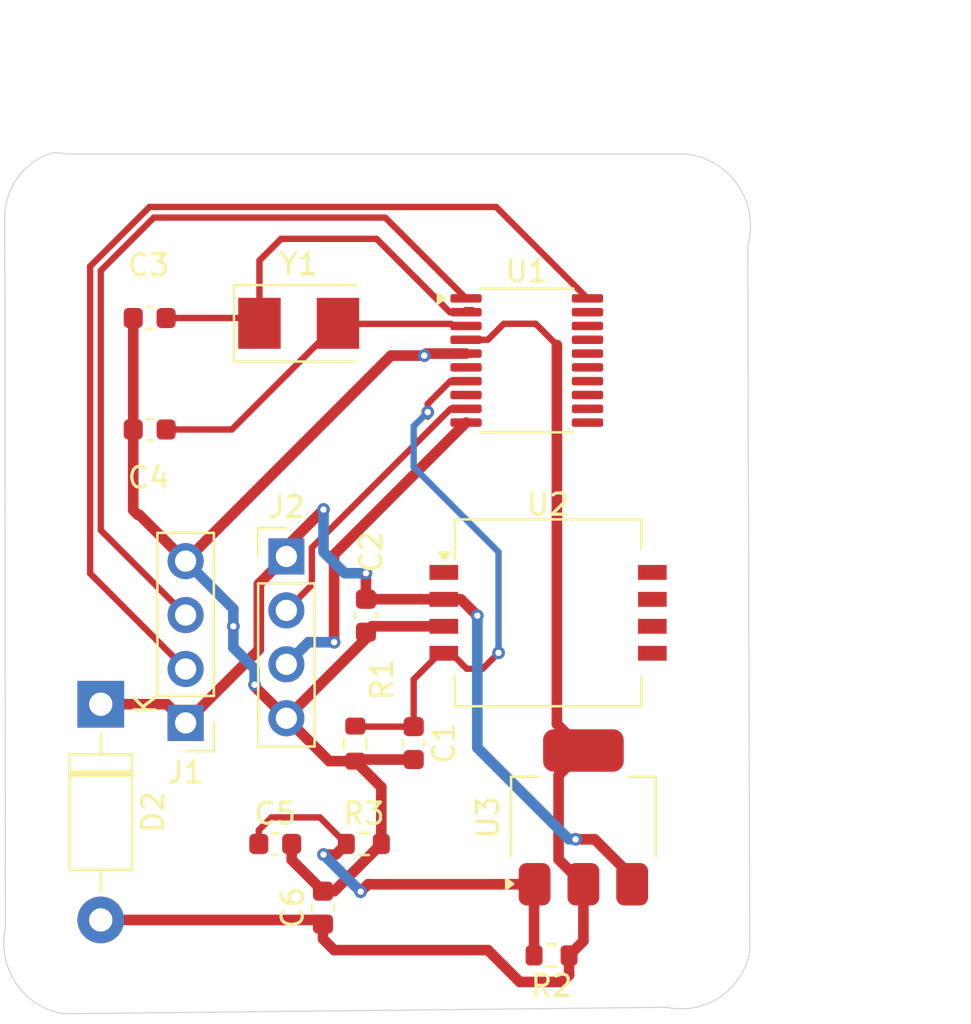
<source format=kicad_pcb>
(kicad_pcb (version 20240108) (generator "pcbnew") (generator_version "8.0")
  (layers (0 "F.Cu" signal) (31 "B.Cu" signal) (34 "B.Paste" user) (35 "F.Paste" user) (36 "B.SilkS" user "B.Silkscreen") (37 "F.SilkS" user "F.Silkscreen") (38 "B.Mask" user) (39 "F.Mask" user) (44 "Edge.Cuts" user))
  (net 0 "")
  (net 1 "+5V")
  (net 2 "GND")
  (net 7 "Net-(U1-PA0)")
  (net 9 "UART_2 RX")
  (net 10 "UART_1 RX")
  (net 13 "UART_2 TX")
  (net 17 "Net-(U1-PC15)")
  (net 21 "UART_1 TX")
  (net 24 "Net-(U1-PC14{slash}PB9)")
  (net 26 "Net-(U3-ADJ)")
  (net 27 "3.3V")
  (footprint "Diode_THT:D_DO-41_SOD81_P10.16mm_Horizontal" (layer "F.Cu") (at 43.5 51.92 -90)
    (property "Reference" "D2" (at 5.08 -2.47 90) (layer "F.SilkS"))
    (property "Value" "1N4007")
    (fp_line (start 2.36 1.47) (end 7.8 1.47) (stroke (width 0.12)) (layer "F.SilkS"))
    (fp_line (start 7.8 1.47) (end 7.8 -1.47) (stroke (width 0.12)) (layer "F.SilkS"))
    (fp_line (start 1.34 0) (end 2.36 0) (stroke (width 0.12)) (layer "F.SilkS"))
    (fp_line (start 8.82 0) (end 7.8 0) (stroke (width 0.12)) (layer "F.SilkS"))
    (fp_line (start 2.36 -1.47) (end 2.36 1.47) (stroke (width 0.12)) (layer "F.SilkS"))
    (fp_line (start 3.14 -1.47) (end 3.14 1.47) (stroke (width 0.12)) (layer "F.SilkS"))
    (fp_line (start 3.26 -1.47) (end 3.26 1.47) (stroke (width 0.12)) (layer "F.SilkS"))
    (fp_line (start 3.38 -1.47) (end 3.38 1.47) (stroke (width 0.12)) (layer "F.SilkS"))
    (fp_line (start 7.8 -1.47) (end 2.36 -1.47) (stroke (width 0.12)) (layer "F.SilkS"))
    (fp_text user "K" (at 0 -2.1 90) (layer "F.SilkS"))
    (pad "1" thru_hole rect (at 0 0 270) (size 2.2 2.2) (drill 1.1) (layers "*.Cu" "*.Mask") (net 1 "+5V"))
    (pad "2" thru_hole oval (at 10.16 0 270) (size 2.2 2.2) (drill 1.1) (layers "*.Cu" "*.Mask") (net 27 "3.3V"))
  )
  (footprint "Package_SO:TSSOP-20_4.4x6.5mm_P0.65mm" (layer "F.Cu") (at 63.5798 35.73)
    (property "Reference" "U1" (at 0 -4.2 0) (layer "F.SilkS"))
    (property "Value" "STM32G030F6Px")
    (fp_line (start 0 -3.385) (end -2.2 -3.385) (stroke (width 0.12)) (layer "F.SilkS"))
    (fp_line (start 0 -3.385) (end 2.2 -3.385) (stroke (width 0.12)) (layer "F.SilkS"))
    (fp_line (start 0 3.385) (end -2.2 3.385) (stroke (width 0.12)) (layer "F.SilkS"))
    (fp_line (start 0 3.385) (end 2.2 3.385) (stroke (width 0.12)) (layer "F.SilkS"))
    (fp_poly (pts (xy -3.86 -2.925) (xy -4.19 -3.165) (xy -4.19 -2.685) (xy -3.86 -2.925)) (stroke (width 0.12)) (fill solid) (layer "F.SilkS"))
    (pad "1" smd roundrect (at -2.8625 -2.925) (size 1.475 0.4) (layers "F.Cu" "F.Paste" "F.Mask") (net 10 "UART_1 RX"))
    (pad "2" smd roundrect (at -2.8625 -2.275) (size 1.475 0.4) (layers "F.Cu" "F.Paste" "F.Mask") (net 24 "Net-(U1-PC14{slash}PB9)"))
    (pad "3" smd roundrect (at -2.8625 -1.625) (size 1.475 0.4) (layers "F.Cu" "F.Paste" "F.Mask") (net 17 "Net-(U1-PC15)"))
    (pad "4" smd roundrect (at -2.8625 -0.975) (size 1.475 0.4) (layers "F.Cu" "F.Paste" "F.Mask") (net 27 "3.3V"))
    (pad "5" smd roundrect (at -2.8625 -0.325) (size 1.475 0.4) (layers "F.Cu" "F.Paste" "F.Mask") (net 2 "GND"))
    (pad "6" smd roundrect (at -2.8625 0.325) (size 1.475 0.4) (layers "F.Cu" "F.Paste" "F.Mask"))
    (pad "7" smd roundrect (at -2.8625 0.975) (size 1.475 0.4) (layers "F.Cu" "F.Paste" "F.Mask") (net 7 "Net-(U1-PA0)"))
    (pad "8" smd roundrect (at -2.8625 1.625) (size 1.475 0.4) (layers "F.Cu" "F.Paste" "F.Mask"))
    (pad "9" smd roundrect (at -2.8625 2.275) (size 1.475 0.4) (layers "F.Cu" "F.Paste" "F.Mask") (net 13 "UART_2 TX"))
    (pad "10" smd roundrect (at -2.8625 2.925) (size 1.475 0.4) (layers "F.Cu" "F.Paste" "F.Mask") (net 9 "UART_2 RX"))
    (pad "11" smd roundrect (at 2.8625 2.925) (size 1.475 0.4) (layers "F.Cu" "F.Paste" "F.Mask"))
    (pad "12" smd roundrect (at 2.8625 2.275) (size 1.475 0.4) (layers "F.Cu" "F.Paste" "F.Mask"))
    (pad "13" smd roundrect (at 2.8625 1.625) (size 1.475 0.4) (layers "F.Cu" "F.Paste" "F.Mask"))
    (pad "14" smd roundrect (at 2.8625 0.975) (size 1.475 0.4) (layers "F.Cu" "F.Paste" "F.Mask"))
    (pad "15" smd roundrect (at 2.8625 0.325) (size 1.475 0.4) (layers "F.Cu" "F.Paste" "F.Mask"))
    (pad "16" smd roundrect (at 2.8625 -0.325) (size 1.475 0.4) (layers "F.Cu" "F.Paste" "F.Mask"))
    (pad "17" smd roundrect (at 2.8625 -0.975) (size 1.475 0.4) (layers "F.Cu" "F.Paste" "F.Mask"))
    (pad "18" smd roundrect (at 2.8625 -1.625) (size 1.475 0.4) (layers "F.Cu" "F.Paste" "F.Mask"))
    (pad "19" smd roundrect (at 2.8625 -2.275) (size 1.475 0.4) (layers "F.Cu" "F.Paste" "F.Mask"))
    (pad "20" smd roundrect (at 2.8625 -2.925) (size 1.475 0.4) (layers "F.Cu" "F.Paste" "F.Mask") (net 21 "UART_1 TX"))
  )
  (footprint "Resistor_SMD:R_0603_1608Metric" (layer "F.Cu") (at 55.5 53.775 -90)
    (property "Reference" "R1" (at -3.025 -1.25 90) (layer "F.SilkS"))
    (property "Value" "51K")
    (fp_line (start -0.237258 0.5225) (end 0.237258 0.5225) (stroke (width 0.12)) (layer "F.SilkS"))
    (fp_line (start -0.237258 -0.5225) (end 0.237258 -0.5225) (stroke (width 0.12)) (layer "F.SilkS"))
    (pad "1" smd roundrect (at -0.825 0 270) (size 0.8 0.95) (layers "F.Cu" "F.Paste" "F.Mask") (net 7 "Net-(U1-PA0)"))
    (pad "2" smd roundrect (at 0.825 0 270) (size 0.8 0.95) (layers "F.Cu" "F.Paste" "F.Mask") (net 2 "GND"))
  )
  (footprint "Capacitor_SMD:C_0603_1608Metric" (layer "F.Cu") (at 45.8048 33.73)
    (property "Reference" "C3" (at -0.0548 -2.48 0) (layer "F.SilkS"))
    (property "Value" "10pF")
    (fp_line (start -0.14058 -0.51) (end 0.14058 -0.51) (stroke (width 0.12)) (layer "F.SilkS"))
    (fp_line (start -0.14058 0.51) (end 0.14058 0.51) (stroke (width 0.12)) (layer "F.SilkS"))
    (pad "1" smd roundrect (at -0.775 0) (size 0.9 0.95) (layers "F.Cu" "F.Paste" "F.Mask") (net 2 "GND"))
    (pad "2" smd roundrect (at 0.775 0) (size 0.9 0.95) (layers "F.Cu" "F.Paste" "F.Mask") (net 24 "Net-(U1-PC14{slash}PB9)"))
  )
  (footprint "Connector_PinHeader_2.54mm:PinHeader_1x04_P2.54mm_Vertical" (layer "F.Cu") (at 47.5 52.8 180)
    (property "Reference" "J1" (at 0 -2.33 180) (layer "F.SilkS"))
    (property "Value" "Conn_01x04_Pin")
    (fp_line (start 1.33 1.27) (end 1.33 8.95) (stroke (width 0.12)) (layer "F.SilkS"))
    (fp_line (start -1.33 8.95) (end 1.33 8.95) (stroke (width 0.12)) (layer "F.SilkS"))
    (fp_line (start -1.33 1.27) (end 1.33 1.27) (stroke (width 0.12)) (layer "F.SilkS"))
    (fp_line (start -1.33 1.27) (end -1.33 8.95) (stroke (width 0.12)) (layer "F.SilkS"))
    (fp_line (start -1.33 0) (end -1.33 -1.33) (stroke (width 0.12)) (layer "F.SilkS"))
    (fp_line (start -1.33 -1.33) (end 0 -1.33) (stroke (width 0.12)) (layer "F.SilkS"))
    (pad "1" thru_hole rect (at 0 0 180) (size 1.7 1.7) (drill 1) (layers "*.Cu" "*.Mask") (net 1 "+5V"))
    (pad "2" thru_hole oval (at 0 2.54 180) (size 1.7 1.7) (drill 1) (layers "*.Cu" "*.Mask") (net 21 "UART_1 TX"))
    (pad "3" thru_hole oval (at 0 5.08 180) (size 1.7 1.7) (drill 1) (layers "*.Cu" "*.Mask") (net 10 "UART_1 RX"))
    (pad "4" thru_hole oval (at 0 7.62 180) (size 1.7 1.7) (drill 1) (layers "*.Cu" "*.Mask") (net 2 "GND"))
  )
  (footprint "Resistor_SMD:R_0603_1608Metric" (layer "F.Cu") (at 55.9 58.5)
    (property "Reference" "R3" (at 0 -1.43 0) (layer "F.SilkS"))
    (property "Value" "R")
    (fp_line (start -0.237258 -0.5225) (end 0.237258 -0.5225) (stroke (width 0.12)) (layer "F.SilkS"))
    (fp_line (start -0.237258 0.5225) (end 0.237258 0.5225) (stroke (width 0.12)) (layer "F.SilkS"))
    (pad "1" smd roundrect (at -0.825 0) (size 0.8 0.95) (layers "F.Cu" "F.Paste" "F.Mask") (net 26 "Net-(U3-ADJ)"))
    (pad "2" smd roundrect (at 0.825 0) (size 0.8 0.95) (layers "F.Cu" "F.Paste" "F.Mask") (net 2 "GND"))
  )
  (footprint "Capacitor_SMD:C_0603_1608Metric" (layer "F.Cu") (at 45.8048 38.98)
    (property "Reference" "C4" (at -0.0548 2.27 0) (layer "F.SilkS"))
    (property "Value" "10pF")
    (fp_line (start -0.14058 -0.51) (end 0.14058 -0.51) (stroke (width 0.12)) (layer "F.SilkS"))
    (fp_line (start -0.14058 0.51) (end 0.14058 0.51) (stroke (width 0.12)) (layer "F.SilkS"))
    (pad "1" smd roundrect (at -0.775 0) (size 0.9 0.95) (layers "F.Cu" "F.Paste" "F.Mask") (net 2 "GND"))
    (pad "2" smd roundrect (at 0.775 0) (size 0.9 0.95) (layers "F.Cu" "F.Paste" "F.Mask") (net 17 "Net-(U1-PC15)"))
  )
  (footprint "Package_TO_SOT_SMD:SOT-223-3_TabPin2" (layer "F.Cu") (at 66.25 57.25 90)
    (property "Reference" "U3" (at 0 -4.5 270) (layer "F.SilkS"))
    (property "Value" "AMS1117")
    (fp_line (start 1.91 -3.41) (end 1.91 -2.15) (stroke (width 0.12)) (layer "F.SilkS"))
    (fp_line (start -1.85 -3.41) (end 1.91 -3.41) (stroke (width 0.12)) (layer "F.SilkS"))
    (fp_line (start 1.91 3.41) (end 1.91 2.15) (stroke (width 0.12)) (layer "F.SilkS"))
    (fp_line (start -1.85 3.41) (end 1.91 3.41) (stroke (width 0.12)) (layer "F.SilkS"))
    (fp_poly (pts (xy -3.13 -3.31) (xy -3.37 -3.64) (xy -2.89 -3.64) (xy -3.13 -3.31)) (stroke (width 0.12)) (fill solid) (layer "F.SilkS"))
    (pad "1" smd roundrect (at -3.15 -2.3 90) (size 2 1.5) (layers "F.Cu" "F.Paste" "F.Mask") (net 26 "Net-(U3-ADJ)"))
    (pad "2" smd roundrect (at -3.15 0 90) (size 2 1.5) (layers "F.Cu" "F.Paste" "F.Mask") (net 27 "3.3V"))
    (pad "2" smd roundrect (at 3.15 0 90) (size 2 3.8) (layers "F.Cu" "F.Paste" "F.Mask") (net 27 "3.3V"))
    (pad "3" smd roundrect (at -3.15 2.3 90) (size 2 1.5) (layers "F.Cu" "F.Paste" "F.Mask") (net 1 "+5V"))
  )
  (footprint "Capacitor_SMD:C_0603_1608Metric" (layer "F.Cu") (at 58.25 53.75 -90)
    (property "Reference" "C1" (at 0 -1.43 90) (layer "F.SilkS"))
    (property "Value" "47pF" (hide yes))
    (fp_line (start -0.14058 0.51) (end 0.14058 0.51) (stroke (width 0.12)) (layer "F.SilkS"))
    (fp_line (start -0.14058 -0.51) (end 0.14058 -0.51) (stroke (width 0.12)) (layer "F.SilkS"))
    (pad "1" smd roundrect (at -0.775 0 270) (size 0.9 0.95) (layers "F.Cu" "F.Paste" "F.Mask") (net 7 "Net-(U1-PA0)"))
    (pad "2" smd roundrect (at 0.775 0 270) (size 0.9 0.95) (layers "F.Cu" "F.Paste" "F.Mask") (net 2 "GND"))
  )
  (footprint "Sensor_Pressure:Freescale_98ARH99089A" (layer "F.Cu") (at 64.5851 47.615)
    (property "Reference" "U2" (at 0 -5.1 0) (layer "F.SilkS"))
    (property "Value" "MPXA6115A")
    (fp_line (start -4.4 -4.4) (end -4.4 -2.5) (stroke (width 0.12)) (layer "F.SilkS"))
    (fp_line (start -4.4 4.4) (end -4.4 3) (stroke (width 0.12)) (layer "F.SilkS"))
    (fp_line (start 4.4 -4.4) (end -4.4 -4.4) (stroke (width 0.12)) (layer "F.SilkS"))
    (fp_line (start 4.4 -3) (end 4.4 -4.4) (stroke (width 0.12)) (layer "F.SilkS"))
    (fp_line (start 4.4 3) (end 4.4 4.4) (stroke (width 0.12)) (layer "F.SilkS"))
    (fp_line (start 4.4 4.4) (end -4.4 4.4) (stroke (width 0.12)) (layer "F.SilkS"))
    (fp_poly (pts (xy -4.9 -2.5) (xy -5.14 -2.83) (xy -4.66 -2.83) (xy -4.9 -2.5)) (stroke (width 0.12)) (fill solid) (layer "F.SilkS"))
    (pad "1" smd rect (at -4.9149 -1.905) (size 1.35 0.7) (layers "F.Cu" "F.Paste" "F.Mask"))
    (pad "2" smd rect (at -4.9149 -0.635) (size 1.35 0.7) (layers "F.Cu" "F.Paste" "F.Mask") (net 1 "+5V"))
    (pad "3" smd rect (at -4.9149 0.635) (size 1.35 0.7) (layers "F.Cu" "F.Paste" "F.Mask") (net 2 "GND"))
    (pad "4" smd rect (at -4.9149 1.905) (size 1.35 0.7) (layers "F.Cu" "F.Paste" "F.Mask") (net 7 "Net-(U1-PA0)"))
    (pad "5" smd rect (at 4.9149 1.905) (size 1.35 0.7) (layers "F.Cu" "F.Paste" "F.Mask"))
    (pad "6" smd rect (at 4.9149 0.635) (size 1.35 0.7) (layers "F.Cu" "F.Paste" "F.Mask"))
    (pad "7" smd rect (at 4.9149 -0.635) (size 1.35 0.7) (layers "F.Cu" "F.Paste" "F.Mask"))
    (pad "8" smd rect (at 4.9149 -1.905) (size 1.35 0.7) (layers "F.Cu" "F.Paste" "F.Mask"))
  )
  (footprint "Capacitor_SMD:C_0603_1608Metric" (layer "F.Cu") (at 56 47.75 -90)
    (property "Reference" "C2" (at -3 -0.25 90) (layer "F.SilkS"))
    (property "Value" "100nF")
    (fp_line (start -0.14058 0.51) (end 0.14058 0.51) (stroke (width 0.12)) (layer "F.SilkS"))
    (fp_line (start -0.14058 -0.51) (end 0.14058 -0.51) (stroke (width 0.12)) (layer "F.SilkS"))
    (pad "1" smd roundrect (at -0.775 0 270) (size 0.9 0.95) (layers "F.Cu" "F.Paste" "F.Mask") (net 1 "+5V"))
    (pad "2" smd roundrect (at 0.775 0 270) (size 0.9 0.95) (layers "F.Cu" "F.Paste" "F.Mask") (net 2 "GND"))
  )
  (footprint "Capacitor_SMD:C_0603_1608Metric" (layer "F.Cu") (at 53.975 61.5 90)
    (property "Reference" "C6" (at 0 -1.43 270) (layer "F.SilkS"))
    (property "Value" "22uF")
    (fp_line (start -0.14058 -0.51) (end 0.14058 -0.51) (stroke (width 0.12)) (layer "F.SilkS"))
    (fp_line (start -0.14058 0.51) (end 0.14058 0.51) (stroke (width 0.12)) (layer "F.SilkS"))
    (pad "1" smd roundrect (at -0.775 0 90) (size 0.9 0.95) (layers "F.Cu" "F.Paste" "F.Mask") (net 27 "3.3V"))
    (pad "2" smd roundrect (at 0.775 0 90) (size 0.9 0.95) (layers "F.Cu" "F.Paste" "F.Mask") (net 2 "GND"))
  )
  (footprint "Resistor_SMD:R_0603_1608Metric" (layer "F.Cu") (at 64.75 63.75 180)
    (property "Reference" "R2" (at 0 -1.43 180) (layer "F.SilkS"))
    (property "Value" "R")
    (fp_line (start -0.237258 0.5225) (end 0.237258 0.5225) (stroke (width 0.12)) (layer "F.SilkS"))
    (fp_line (start -0.237258 -0.5225) (end 0.237258 -0.5225) (stroke (width 0.12)) (layer "F.SilkS"))
    (pad "1" smd roundrect (at -0.825 0 180) (size 0.8 0.95) (layers "F.Cu" "F.Paste" "F.Mask") (net 27 "3.3V"))
    (pad "2" smd roundrect (at 0.825 0 180) (size 0.8 0.95) (layers "F.Cu" "F.Paste" "F.Mask") (net 26 "Net-(U3-ADJ)"))
  )
  (footprint "Connector_PinHeader_2.54mm:PinHeader_1x04_P2.54mm_Vertical" (layer "F.Cu") (at 52.25 44.96)
    (property "Reference" "J2" (at 0 -2.33 0) (layer "F.SilkS"))
    (property "Value" "Conn_01x04_Pin")
    (fp_line (start -1.33 -1.33) (end 0 -1.33) (stroke (width 0.12)) (layer "F.SilkS"))
    (fp_line (start -1.33 0) (end -1.33 -1.33) (stroke (width 0.12)) (layer "F.SilkS"))
    (fp_line (start -1.33 1.27) (end -1.33 8.95) (stroke (width 0.12)) (layer "F.SilkS"))
    (fp_line (start -1.33 1.27) (end 1.33 1.27) (stroke (width 0.12)) (layer "F.SilkS"))
    (fp_line (start -1.33 8.95) (end 1.33 8.95) (stroke (width 0.12)) (layer "F.SilkS"))
    (fp_line (start 1.33 1.27) (end 1.33 8.95) (stroke (width 0.12)) (layer "F.SilkS"))
    (pad "1" thru_hole rect (at 0 0) (size 1.7 1.7) (drill 1) (layers "*.Cu" "*.Mask") (net 1 "+5V"))
    (pad "2" thru_hole oval (at 0 2.54) (size 1.7 1.7) (drill 1) (layers "*.Cu" "*.Mask") (net 13 "UART_2 TX"))
    (pad "3" thru_hole oval (at 0 5.08) (size 1.7 1.7) (drill 1) (layers "*.Cu" "*.Mask") (net 9 "UART_2 RX"))
    (pad "4" thru_hole oval (at 0 7.62) (size 1.7 1.7) (drill 1) (layers "*.Cu" "*.Mask") (net 2 "GND"))
  )
  (footprint "Capacitor_SMD:C_0603_1608Metric" (layer "F.Cu") (at 51.725 58.5)
    (property "Reference" "C5" (at 0 -1.43 0) (layer "F.SilkS"))
    (property "Value" "10uF")
    (fp_line (start -0.14058 -0.51) (end 0.14058 -0.51) (stroke (width 0.12)) (layer "F.SilkS"))
    (fp_line (start -0.14058 0.51) (end 0.14058 0.51) (stroke (width 0.12)) (layer "F.SilkS"))
    (pad "1" smd roundrect (at -0.775 0) (size 0.9 0.95) (layers "F.Cu" "F.Paste" "F.Mask") (net 26 "Net-(U3-ADJ)"))
    (pad "2" smd roundrect (at 0.775 0) (size 0.9 0.95) (layers "F.Cu" "F.Paste" "F.Mask") (net 2 "GND"))
  )
  (footprint "Crystal:Crystal_SMD_5032-2Pin_5.0x3.2mm" (layer "F.Cu") (at 52.8298 33.98)
    (property "Reference" "Y1" (at 0 -2.8 0) (layer "F.SilkS"))
    (property "Value" "8Mhz")
    (fp_line (start -3.05 -1.8) (end -3.05 1.8) (stroke (width 0.12)) (layer "F.SilkS"))
    (fp_line (start -3.05 1.8) (end 2.7 1.8) (stroke (width 0.12)) (layer "F.SilkS"))
    (fp_line (start 2.7 -1.8) (end -3.05 -1.8) (stroke (width 0.12)) (layer "F.SilkS"))
    (pad "1" smd rect (at -1.85 0) (size 2 2.4) (layers "F.Cu" "F.Paste" "F.Mask") (net 24 "Net-(U1-PC14{slash}PB9)"))
    (pad "2" smd rect (at 1.85 0) (size 2 2.4) (layers "F.Cu" "F.Paste" "F.Mask") (net 17 "Net-(U1-PC15)"))
  )
  (gr_line (start 73.997065 30.326462) (end 74.092263 63.59686) (stroke (width 0.05)) (layer "Edge.Cuts"))
  (gr_line (start 39.002032 62.469347) (end 38.979603 28.845197) (stroke (width 0.05)) (layer "Edge.Cuts"))
  (gr_arc (start 41.75 66.499999) (mid 39.512669 65.073275) (end 39.002032 62.469347) (stroke (width 0.05)) (layer "Edge.Cuts"))
  (gr_arc (start 38.979603 28.845197) (mid 39.653826 27.026353) (end 41.259963 25.938653) (stroke (width 0.05)) (layer "Edge.Cuts"))
  (gr_line (start 70.160376 66.193886) (end 41.75 66.5) (stroke (width 0.05)) (layer "Edge.Cuts"))
  (gr_arc (start 74.092262 63.59686) (mid 72.671359 65.720562) (end 70.160376 66.193886) (stroke (width 0.05)) (layer "Edge.Cuts"))
  (gr_arc (start 71 26.000001) (mid 73.519076 27.456272) (end 73.997065 30.326462) (stroke (width 0.05)) (layer "Edge.Cuts"))
  (gr_line (start 42 26) (end 41.259963 25.938653) (stroke (width 0.05)) (layer "Edge.Cuts"))
  (gr_line (start 42 26) (end 71 26) (stroke (width 0.05)) (layer "Edge.Cuts"))
  (segment (start 56 46.975) (end 59.6652 46.975) (width 0.5) (layer "F.Cu") (net 1))
  (segment (start 46.62 51.92) (end 47.5 52.8) (width 0.5) (layer "F.Cu") (net 1))
  (segment (start 52.25 44.96) (end 52.25 44.5) (width 0.5) (layer "F.Cu") (net 1))
  (segment (start 68.55 60.4) (end 68.9 60.4) (width 0.5) (layer "F.Cu") (net 1))
  (segment (start 50.95 49.35) (end 50.95 46.26) (width 0.5) (layer "F.Cu") (net 1))
  (segment (start 52.25 44.5) (end 54 42.75) (width 0.5) (layer "F.Cu") (net 1))
  (segment (start 66.782821 58.282821) (end 65.879974 58.282821) (width 0.5) (layer "F.Cu") (net 1))
  (segment (start 60.48 46.98) (end 61.25 47.75) (width 0.5) (layer "F.Cu") (net 1))
  (segment (start 56.005 46.98) (end 56 46.975) (width 0.3) (layer "F.Cu") (net 1))
  (segment (start 50.95 46.26) (end 52.25 44.96) (width 0.5) (layer "F.Cu") (net 1))
  (segment (start 47.5 52.8) (end 50.95 49.35) (width 0.5) (layer "F.Cu") (net 1))
  (segment (start 52.25 44.96) (end 52.5 44.96) (width 0.5) (layer "F.Cu") (net 1))
  (segment (start 56 45.75) (end 56 46.975) (width 0.5) (layer "F.Cu") (net 1))
  (segment (start 69 60.5) (end 66.782821 58.282821) (width 0.5) (layer "F.Cu") (net 1))
  (segment (start 43.5 51.92) (end 46.62 51.92) (width 0.5) (layer "F.Cu") (net 1))
  (segment (start 59.6702 46.98) (end 60.48 46.98) (width 0.5) (layer "F.Cu") (net 1))
  (segment (start 68.9 60.4) (end 69 60.5) (width 0.5) (layer "F.Cu") (net 1))
  (via (at 54 42.75) (size 0.6) (drill 0.3) (layers "F.Cu" "B.Cu") (net 1))
  (via (at 61.25 47.75) (size 0.6) (drill 0.3) (layers "F.Cu" "B.Cu") (net 1))
  (via (at 65.879974 58.282821) (size 0.6) (drill 0.3) (layers "F.Cu" "B.Cu") (net 1))
  (via (at 56 45.75) (size 0.6) (drill 0.3) (layers "F.Cu" "B.Cu") (net 1))
  (segment (start 54 42.75) (end 54 44.75) (width 0.5) (layer "B.Cu") (net 1))
  (segment (start 55 45.75) (end 55.75 45.75) (width 0.5) (layer "B.Cu") (net 1))
  (segment (start 65.879974 58.282821) (end 65.565822 58.282821) (width 0.5) (layer "B.Cu") (net 1))
  (segment (start 65.565822 58.282821) (end 61.25 53.966999) (width 0.5) (layer "B.Cu") (net 1))
  (segment (start 55.75 45.75) (end 56 45.75) (width 0.5) (layer "B.Cu") (net 1))
  (segment (start 61.25 53.966999) (end 61.25 47.75) (width 0.5) (layer "B.Cu") (net 1))
  (segment (start 54 44.75) (end 55 45.75) (width 0.5) (layer "B.Cu") (net 1))
  (segment (start 47.5 45.18) (end 57.18 35.5) (width 0.5) (layer "F.Cu") (net 2))
  (segment (start 45.0298 38.98) (end 45.0298 42.7798) (width 0.5) (layer "F.Cu") (net 2))
  (segment (start 52.96 53.29) (end 52.25 52.58) (width 0.5) (layer "F.Cu") (net 2))
  (segment (start 53.975 60.725) (end 54.5 60.725) (width 0.5) (layer "F.Cu") (net 2))
  (segment (start 56.275 48.25) (end 56 48.525) (width 0.5) (layer "F.Cu") (net 2))
  (segment (start 52.96 53.29) (end 50.75 51.08) (width 0.5) (layer "F.Cu") (net 2))
  (segment (start 60.7173 35.405) (end 58.845 35.405) (width 0.5) (layer "F.Cu") (net 2))
  (segment (start 52.5 58.5) (end 52.5 59.25) (width 0.5) (layer "F.Cu") (net 2))
  (segment (start 45.0298 38.98) (end 45.0298 33.73) (width 0.5) (layer "F.Cu") (net 2))
  (segment (start 54.27 54.6) (end 52.96 53.29) (width 0.5) (layer "F.Cu") (net 2))
  (segment (start 45.32 43) (end 47.5 45.18) (width 0.5) (layer "F.Cu") (net 2))
  (segment (start 55.5 54.6) (end 54.27 54.6) (width 0.5) (layer "F.Cu") (net 2))
  (segment (start 58.845 35.405) (end 58.75 35.5) (width 0.5) (layer "F.Cu") (net 2))
  (segment (start 56 48.83) (end 56 48.525) (width 0.5) (layer "F.Cu") (net 2))
  (segment (start 50.75 51.08) (end 50.75 51) (width 0.5) (layer "F.Cu") (net 2))
  (segment (start 55.575 54.525) (end 55.5 54.6) (width 0.5) (layer "F.Cu") (net 2))
  (segment (start 54.5 60.725) (end 56.725 58.5) (width 0.5) (layer "F.Cu") (net 2))
  (segment (start 56.725 58.5) (end 56.725 55.825) (width 0.5) (layer "F.Cu") (net 2))
  (segment (start 52.5 59.25) (end 53.975 60.725) (width 0.5) (layer "F.Cu") (net 2))
  (segment (start 57.18 35.5) (end 58.75 35.5) (width 0.5) (layer "F.Cu") (net 2))
  (segment (start 56.725 55.825) (end 55.5 54.6) (width 0.5) (layer "F.Cu") (net 2))
  (segment (start 59.6702 48.25) (end 56.275 48.25) (width 0.5) (layer "F.Cu") (net 2))
  (segment (start 45.25 43) (end 45.32 43) (width 0.5) (layer "F.Cu") (net 2))
  (segment (start 45.0298 42.7798) (end 45.25 43) (width 0.5) (layer "F.Cu") (net 2))
  (segment (start 58.25 54.525) (end 55.575 54.525) (width 0.5) (layer "F.Cu") (net 2))
  (segment (start 52.25 52.58) (end 56 48.83) (width 0.5) (layer "F.Cu") (net 2))
  (via (at 50.75 51) (size 0.6) (drill 0.3) (layers "F.Cu" "B.Cu") (net 2))
  (via (at 49.75 48.25) (size 0.6) (drill 0.3) (layers "F.Cu" "B.Cu") (net 2))
  (via (at 58.75 35.5) (size 0.6) (drill 0.3) (layers "F.Cu" "B.Cu") (net 2))
  (segment (start 49.75 47.43) (end 49.75 48.25) (width 0.5) (layer "B.Cu") (net 2))
  (segment (start 50.75 51) (end 50.75 50.25) (width 0.5) (layer "B.Cu") (net 2))
  (segment (start 47.5 45.18) (end 49.75 47.43) (width 0.5) (layer "B.Cu") (net 2))
  (segment (start 50.75 50.25) (end 50 49.5) (width 0.5) (layer "B.Cu") (net 2))
  (segment (start 50 49.5) (end 49.75 49.25) (width 0.5) (layer "B.Cu") (net 2))
  (segment (start 49.75 49.25) (end 49.75 48.25) (width 0.5) (layer "B.Cu") (net 2))
  (segment (start 58.913196 37.771605) (end 58.913196 38.163196) (width 0.3) (layer "F.Cu") (net 7))
  (segment (start 58.913196 38.163196) (end 58.913196 38.37533) (width 0.3) (layer "F.Cu") (net 7))
  (segment (start 59.979801 36.705) (end 58.913196 37.771605) (width 0.3) (layer "F.Cu") (net 7))
  (segment (start 61.5 50.25) (end 62.25 49.5) (width 0.3) (layer "F.Cu") (net 7))
  (segment (start 55.525 52.975) (end 55.5 52.95) (width 0.3) (layer "F.Cu") (net 7))
  (segment (start 59.6702 49.52) (end 60.02 49.52) (width 0.3) (layer "F.Cu") (net 7))
  (segment (start 58.25 52.975) (end 58.25 50.75) (width 0.3) (layer "F.Cu") (net 7))
  (segment (start 60.02 49.52) (end 60.75 50.25) (width 0.3) (layer "F.Cu") (net 7))
  (segment (start 60.75 50.25) (end 61.5 50.25) (width 0.3) (layer "F.Cu") (net 7))
  (segment (start 58.25 50.75) (end 59.48 49.52) (width 0.3) (layer "F.Cu") (net 7))
  (segment (start 60.7173 36.705) (end 59.979801 36.705) (width 0.3) (layer "F.Cu") (net 7))
  (segment (start 59.48 49.52) (end 59.6702 49.52) (width 0.3) (layer "F.Cu") (net 7))
  (segment (start 58.25 52.975) (end 55.525 52.975) (width 0.3) (layer "F.Cu") (net 7))
  (via (at 62.25 49.5) (size 0.6) (drill 0.3) (layers "F.Cu" "B.Cu") (net 7))
  (via (at 58.913196 38.163196) (size 0.6) (drill 0.3) (layers "F.Cu" "B.Cu") (net 7))
  (segment (start 62.25 44.75) (end 62.25 49.5) (width 0.3) (layer "B.Cu") (net 7))
  (segment (start 58.913196 38.163196) (end 58.25 38.826392) (width 0.3) (layer "B.Cu") (net 7))
  (segment (start 58.25 38.826392) (end 58.25 40.75) (width 0.3) (layer "B.Cu") (net 7))
  (segment (start 58.25 40.75) (end 62.25 44.75) (width 0.3) (layer "B.Cu") (net 7))
  (segment (start 60.7173 38.655) (end 54.5 44.8723) (width 0.5) (layer "F.Cu") (net 9))
  (segment (start 54.5 44.8723) (end 54.5 49) (width 0.5) (layer "F.Cu") (net 9))
  (via (at 54.5 49) (size 0.6) (drill 0.3) (layers "F.Cu" "B.Cu") (net 9))
  (segment (start 53.29 49) (end 52.25 50.04) (width 0.5) (layer "B.Cu") (net 9))
  (segment (start 54.5 49) (end 53.29 49) (width 0.5) (layer "B.Cu") (net 9))
  (segment (start 56.9123 29) (end 60.7173 32.805) (width 0.3) (layer "F.Cu") (net 10))
  (segment (start 43.5 43.72) (end 43.5 31.5) (width 0.3) (layer "F.Cu") (net 10))
  (segment (start 46 29) (end 56.9123 29) (width 0.3) (layer "F.Cu") (net 10))
  (segment (start 47.5 47.72) (end 43.5 43.72) (width 0.3) (layer "F.Cu") (net 10))
  (segment (start 43.5 31.5) (end 46 29) (width 0.3) (layer "F.Cu") (net 10))
  (segment (start 59.990632 38.005) (end 53.45 44.545632) (width 0.3) (layer "F.Cu") (net 13))
  (segment (start 53.45 46.3) (end 52.25 47.5) (width 0.3) (layer "F.Cu") (net 13))
  (segment (start 60.7173 38.005) (end 59.990632 38.005) (width 0.3) (layer "F.Cu") (net 13))
  (segment (start 53.45 44.545632) (end 53.45 46.3) (width 0.3) (layer "F.Cu") (net 13))
  (segment (start 60.005 34.005) (end 54.7048 34.005) (width 0.3) (layer "F.Cu") (net 17))
  (segment (start 54.6798 33.98) (end 49.6798 38.98) (width 0.3) (layer "F.Cu") (net 17))
  (segment (start 60.7173 34.105) (end 60.105 34.105) (width 0.3) (layer "F.Cu") (net 17))
  (segment (start 60.105 34.105) (end 60.005 34.005) (width 0.3) (layer "F.Cu") (net 17))
  (segment (start 54.7048 34.005) (end 54.6798 33.98) (width 0.3) (layer "F.Cu") (net 17))
  (segment (start 49.6798 38.98) (end 46.5798 38.98) (width 0.3) (layer "F.Cu") (net 17))
  (segment (start 62.1373 28.5) (end 66.4423 32.805) (width 0.3) (layer "F.Cu") (net 21))
  (segment (start 47.5 50.26) (end 43 45.76) (width 0.3) (layer "F.Cu") (net 21))
  (segment (start 43 45.76) (end 43 31.292894) (width 0.3) (layer "F.Cu") (net 21))
  (segment (start 43 31.292894) (end 45.792893 28.5) (width 0.3) (layer "F.Cu") (net 21))
  (segment (start 45.792893 28.5) (end 62.1373 28.5) (width 0.3) (layer "F.Cu") (net 21))
  (segment (start 52 30) (end 50.9798 31.0202) (width 0.3) (layer "F.Cu") (net 24))
  (segment (start 50.23 33.73) (end 46.5798 33.73) (width 0.3) (layer "F.Cu") (net 24))
  (segment (start 60.7173 33.355) (end 61 33.355) (width 0.3) (layer "F.Cu") (net 24))
  (segment (start 50.9798 33.98) (end 50.48 33.98) (width 0.3) (layer "F.Cu") (net 24))
  (segment (start 56.5 30) (end 52 30) (width 0.3) (layer "F.Cu") (net 24))
  (segment (start 50.48 33.98) (end 50.23 33.73) (width 0.3) (layer "F.Cu") (net 24))
  (segment (start 59.955 33.455) (end 56.5 30) (width 0.3) (layer "F.Cu") (net 24))
  (segment (start 60.7173 33.455) (end 59.955 33.455) (width 0.3) (layer "F.Cu") (net 24))
  (segment (start 60.7173 33.455) (end 60.7173 33.355) (width 0.3) (layer "F.Cu") (net 24))
  (segment (start 50.9798 31.0202) (end 50.9798 33.98) (width 0.3) (layer "F.Cu") (net 24))
  (segment (start 50.95 57.85) (end 51.55 57.25) (width 0.3) (layer "F.Cu") (net 26))
  (segment (start 50.95 58.5) (end 50.95 57.85) (width 0.3) (layer "F.Cu") (net 26))
  (segment (start 54.575 59) (end 55.075 58.5) (width 0.5) (layer "F.Cu") (net 26))
  (segment (start 53.825 57.25) (end 55.075 58.5) (width 0.3) (layer "F.Cu") (net 26))
  (segment (start 56.1 60.4) (end 55.75 60.75) (width 0.5) (layer "F.Cu") (net 26))
  (segment (start 63.95 60.4) (end 56.1 60.4) (width 0.5) (layer "F.Cu") (net 26))
  (segment (start 54 59) (end 54.575 59) (width 0.5) (layer "F.Cu") (net 26))
  (segment (start 51.55 57.25) (end 53.825 57.25) (width 0.3) (layer "F.Cu") (net 26))
  (segment (start 63.925 60.425) (end 63.95 60.4) (width 0.5) (layer "F.Cu") (net 26))
  (segment (start 63.925 63.75) (end 63.925 60.425) (width 0.5) (layer "F.Cu") (net 26))
  (via (at 54 59) (size 0.6) (drill 0.3) (layers "F.Cu" "B.Cu") (net 26))
  (via (at 55.75 60.75) (size 0.6) (drill 0.3) (layers "F.Cu" "B.Cu") (net 26))
  (segment (start 55.75 60.75) (end 54 59) (width 0.5) (layer "B.Cu") (net 26))
  (segment (start 43.5 62.08) (end 53.78 62.08) (width 0.5) (layer "F.Cu") (net 27))
  (segment (start 61.745 34.755) (end 60.7173 34.755) (width 0.3) (layer "F.Cu") (net 27))
  (segment (start 66.25 60.4) (end 66.25 63.075) (width 0.5) (layer "F.Cu") (net 27))
  (segment (start 65.080804 59.230804) (end 65.080804 55.269196) (width 0.5) (layer "F.Cu") (net 27))
  (segment (start 65.575 64.675) (end 65.575 63.75) (width 0.5) (layer "F.Cu") (net 27))
  (segment (start 65.080804 55.269196) (end 66.25 54.1) (width 0.5) (layer "F.Cu") (net 27))
  (segment (start 62.5 34) (end 64 34) (width 0.3) (layer "F.Cu") (net 27))
  (segment (start 62.5 34) (end 61.745 34.755) (width 0.3) (layer "F.Cu") (net 27))
  (segment (start 64 34) (end 65 35) (width 0.3) (layer "F.Cu") (net 27))
  (segment (start 61.75 63.5) (end 63.25 65) (width 0.5) (layer "F.Cu") (net 27))
  (segment (start 63.25 65) (end 65.25 65) (width 0.5) (layer "F.Cu") (net 27))
  (segment (start 53.975 62.275) (end 53.975 62.975) (width 0.5) (layer "F.Cu") (net 27))
  (segment (start 53.78 62.08) (end 53.975 62.275) (width 0.5) (layer "F.Cu") (net 27))
  (segment (start 53.975 62.975) (end 54.5 63.5) (width 0.5) (layer "F.Cu") (net 27))
  (segment (start 66.25 63.075) (end 65.575 63.75) (width 0.5) (layer "F.Cu") (net 27))
  (segment (start 54.5 63.5) (end 61.75 63.5) (width 0.5) (layer "F.Cu") (net 27))
  (segment (start 66.25 60.4) (end 65.080804 59.230804) (width 0.5) (layer "F.Cu") (net 27))
  (segment (start 65.25 65) (end 65.575 64.675) (width 0.5) (layer "F.Cu") (net 27))
  (segment (start 65 35) (end 65 52.85) (width 0.5) (layer "F.Cu") (net 27))
  (segment (start 65 52.85) (end 66.25 54.1) (width 0.5) (layer "F.Cu") (net 27))
)
</source>
